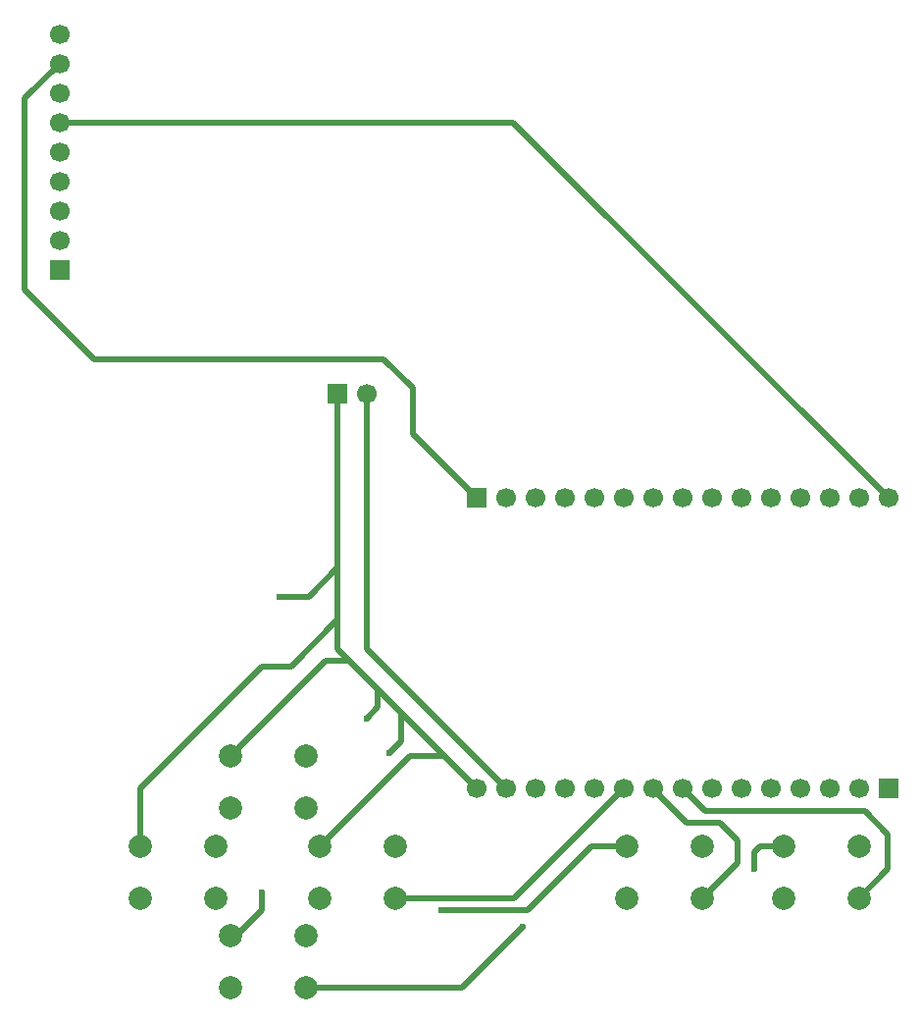
<source format=gbr>
%TF.GenerationSoftware,KiCad,Pcbnew,9.0.2*%
%TF.CreationDate,2025-08-31T18:29:41+02:00*%
%TF.ProjectId,PocketGamePCB,506f636b-6574-4476-916d-655043422e6b,rev?*%
%TF.SameCoordinates,Original*%
%TF.FileFunction,Copper,L1,Top*%
%TF.FilePolarity,Positive*%
%FSLAX46Y46*%
G04 Gerber Fmt 4.6, Leading zero omitted, Abs format (unit mm)*
G04 Created by KiCad (PCBNEW 9.0.2) date 2025-08-31 18:29:41*
%MOMM*%
%LPD*%
G01*
G04 APERTURE LIST*
%TA.AperFunction,ComponentPad*%
%ADD10R,1.700000X1.700000*%
%TD*%
%TA.AperFunction,ComponentPad*%
%ADD11C,1.700000*%
%TD*%
%TA.AperFunction,ComponentPad*%
%ADD12C,2.000000*%
%TD*%
%TA.AperFunction,ViaPad*%
%ADD13C,0.600000*%
%TD*%
%TA.AperFunction,Conductor*%
%ADD14C,0.500000*%
%TD*%
G04 APERTURE END LIST*
D10*
%TO.P,buttonpins,1,Pin_1*%
%TO.N,unconnected-(buttonpins1-Pin_1-Pad1)*%
X202550000Y-120000000D03*
D11*
%TO.P,buttonpins,2,Pin_2*%
%TO.N,unconnected-(buttonpins1-Pin_2-Pad2)*%
X200010000Y-120000000D03*
%TO.P,buttonpins,3,Pin_3*%
%TO.N,unconnected-(buttonpins1-Pin_3-Pad3)*%
X197470000Y-120000000D03*
%TO.P,buttonpins,4,Pin_4*%
%TO.N,unconnected-(buttonpins1-Pin_4-Pad4)*%
X194930000Y-120000000D03*
%TO.P,buttonpins,5,Pin_5*%
%TO.N,unconnected-(buttonpins1-Pin_5-Pad5)*%
X192390000Y-120000000D03*
%TO.P,buttonpins,6,Pin_6*%
%TO.N,unconnected-(buttonpins1-Pin_6-Pad6)*%
X189850000Y-120000000D03*
%TO.P,buttonpins,7,Pin_7*%
%TO.N,unconnected-(buttonpins1-Pin_7-Pad7)*%
X187310000Y-120000000D03*
%TO.P,buttonpins,8,Pin_8*%
%TO.N,Net-(buttonpins1-Pin_8)*%
X184770000Y-120000000D03*
%TO.P,buttonpins,9,Pin_9*%
%TO.N,Net-(buttonpins1-Pin_9)*%
X182230000Y-120000000D03*
%TO.P,buttonpins,10,Pin_10*%
%TO.N,Net-(buttonpins1-Pin_10)*%
X179690000Y-120000000D03*
%TO.P,buttonpins,11,Pin_11*%
%TO.N,Net-(buttonpins1-Pin_11)*%
X177150000Y-120000000D03*
%TO.P,buttonpins,12,Pin_12*%
%TO.N,Net-(buttonpins1-Pin_12)*%
X174610000Y-120000000D03*
%TO.P,buttonpins,13,Pin_13*%
%TO.N,Net-(buttonpins1-Pin_13)*%
X172070000Y-120000000D03*
%TO.P,buttonpins,14,Pin_14*%
%TO.N,Net-(J2-Pin_1)*%
X169530000Y-120000000D03*
%TO.P,buttonpins,15,Pin_15*%
%TO.N,Net-(J2-Pin_2)*%
X166990000Y-120000000D03*
%TD*%
D12*
%TO.P,UP,1,1*%
%TO.N,Net-(J2-Pin_2)*%
X145750000Y-117250000D03*
X152250000Y-117250000D03*
%TO.P,UP,2,2*%
%TO.N,Net-(buttonpins1-Pin_13)*%
X145750000Y-121750000D03*
X152250000Y-121750000D03*
%TD*%
%TO.P,LEFT,1,1*%
%TO.N,Net-(J2-Pin_2)*%
X138000000Y-125000000D03*
X144500000Y-125000000D03*
%TO.P,LEFT,2,2*%
%TO.N,Net-(buttonpins1-Pin_11)*%
X138000000Y-129500000D03*
X144500000Y-129500000D03*
%TD*%
%TO.P,RIGHT,1,1*%
%TO.N,Net-(J2-Pin_2)*%
X153500000Y-125000000D03*
X160000000Y-125000000D03*
%TO.P,RIGHT,2,2*%
%TO.N,Net-(buttonpins1-Pin_10)*%
X153500000Y-129500000D03*
X160000000Y-129500000D03*
%TD*%
%TO.P,DOWN,1,1*%
%TO.N,Net-(J2-Pin_2)*%
X145750000Y-132750000D03*
X152250000Y-132750000D03*
%TO.P,DOWN,2,2*%
%TO.N,Net-(buttonpins1-Pin_12)*%
X145750000Y-137250000D03*
X152250000Y-137250000D03*
%TD*%
%TO.P,A_btn,1,1*%
%TO.N,Net-(J2-Pin_2)*%
X180000000Y-125000000D03*
X186500000Y-125000000D03*
%TO.P,A_btn,2,2*%
%TO.N,Net-(buttonpins1-Pin_9)*%
X180000000Y-129500000D03*
X186500000Y-129500000D03*
%TD*%
D10*
%TO.P,J2,1,Pin_1*%
%TO.N,Net-(J2-Pin_1)*%
X131000000Y-75320000D03*
D11*
%TO.P,J2,2,Pin_2*%
%TO.N,Net-(J2-Pin_2)*%
X131000000Y-72780000D03*
%TO.P,J2,3,Pin_3*%
%TO.N,Net-(J1-Pin_4)*%
X131000000Y-70240000D03*
%TO.P,J2,4,Pin_4*%
%TO.N,Net-(J1-Pin_6)*%
X131000000Y-67700000D03*
%TO.P,J2,5,Pin_5*%
%TO.N,Net-(J1-Pin_7)*%
X131000000Y-65160000D03*
%TO.P,J2,6,Pin_6*%
%TO.N,Net-(J1-Pin_15)*%
X131000000Y-62620000D03*
%TO.P,J2,7,Pin_7*%
%TO.N,Net-(J1-Pin_9)*%
X131000000Y-60080000D03*
%TO.P,J2,8,Pin_8*%
%TO.N,Net-(J1-Pin_1)*%
X131000000Y-57540000D03*
%TO.P,J2,9,Pin_9*%
%TO.N,Net-(J1-Pin_10)*%
X131000000Y-55000000D03*
%TD*%
D10*
%TO.P,J1,1,Pin_1*%
%TO.N,Net-(J1-Pin_1)*%
X167000000Y-95000000D03*
D11*
%TO.P,J1,2,Pin_2*%
%TO.N,unconnected-(J1-Pin_2-Pad2)*%
X169540000Y-95000000D03*
%TO.P,J1,3,Pin_3*%
%TO.N,unconnected-(J1-Pin_3-Pad3)*%
X172080000Y-95000000D03*
%TO.P,J1,4,Pin_4*%
%TO.N,Net-(J1-Pin_4)*%
X174620000Y-95000000D03*
%TO.P,J1,5,Pin_5*%
%TO.N,unconnected-(J1-Pin_5-Pad5)*%
X177160000Y-95000000D03*
%TO.P,J1,6,Pin_6*%
%TO.N,Net-(J1-Pin_6)*%
X179700000Y-95000000D03*
%TO.P,J1,7,Pin_7*%
%TO.N,Net-(J1-Pin_7)*%
X182240000Y-95000000D03*
%TO.P,J1,8,Pin_8*%
%TO.N,unconnected-(J1-Pin_8-Pad8)*%
X184780000Y-95000000D03*
%TO.P,J1,9,Pin_9*%
%TO.N,Net-(J1-Pin_9)*%
X187320000Y-95000000D03*
%TO.P,J1,10,Pin_10*%
%TO.N,Net-(J1-Pin_10)*%
X189860000Y-95000000D03*
%TO.P,J1,11,Pin_11*%
%TO.N,unconnected-(J1-Pin_11-Pad11)*%
X192400000Y-95000000D03*
%TO.P,J1,12,Pin_12*%
%TO.N,unconnected-(J1-Pin_12-Pad12)*%
X194940000Y-95000000D03*
%TO.P,J1,13,Pin_13*%
%TO.N,unconnected-(J1-Pin_13-Pad13)*%
X197480000Y-95000000D03*
%TO.P,J1,14,Pin_14*%
%TO.N,unconnected-(J1-Pin_14-Pad14)*%
X200020000Y-95000000D03*
%TO.P,J1,15,Pin_15*%
%TO.N,Net-(J1-Pin_15)*%
X202560000Y-95000000D03*
%TD*%
D10*
%TO.P,5v,1,Pin_1*%
%TO.N,Net-(J2-Pin_1)*%
X155000000Y-86000000D03*
D11*
%TO.P,5v,2,Pin_2*%
%TO.N,Net-(J2-Pin_2)*%
X157540000Y-86000000D03*
%TD*%
D12*
%TO.P,B_btn,1,1*%
%TO.N,Net-(J2-Pin_2)*%
X193500000Y-125000000D03*
X200000000Y-125000000D03*
%TO.P,B_btn,2,2*%
%TO.N,Net-(buttonpins1-Pin_8)*%
X193500000Y-129500000D03*
X200000000Y-129500000D03*
%TD*%
D13*
%TO.N,*%
X191000000Y-127000000D03*
X159500000Y-117000000D03*
X150000000Y-103500000D03*
X164000000Y-130500000D03*
X148500000Y-129000000D03*
X157500000Y-114000000D03*
%TO.N,Net-(buttonpins1-Pin_12)*%
X171000000Y-132000000D03*
%TD*%
D14*
%TO.N,*%
X161245000Y-117255000D02*
X164245000Y-117255000D01*
X152500000Y-103500000D02*
X155000000Y-101000000D01*
X169530000Y-120000000D02*
X157540000Y-108010000D01*
X155000000Y-108010000D02*
X155000000Y-107000000D01*
X155995000Y-109005000D02*
X155000000Y-108010000D01*
X150000000Y-103500000D02*
X152500000Y-103500000D01*
X155000000Y-101000000D02*
X155000000Y-86000000D01*
X155000000Y-105500000D02*
X155000000Y-103500000D01*
X153995000Y-109005000D02*
X155995000Y-109005000D01*
X145750000Y-133250000D02*
X148500000Y-130500000D01*
X160745000Y-113755000D02*
X160495000Y-113505000D01*
X155000000Y-103500000D02*
X155000000Y-101000000D01*
X148500000Y-109500000D02*
X138000000Y-120000000D01*
X160495000Y-113505000D02*
X159245000Y-112255000D01*
X159500000Y-117000000D02*
X160500000Y-116000000D01*
X157500000Y-114000000D02*
X158495000Y-113005000D01*
X155000000Y-105500000D02*
X151000000Y-109500000D01*
X164000000Y-130500000D02*
X171437925Y-130500000D01*
X164245000Y-117255000D02*
X160745000Y-113755000D01*
X160500000Y-116000000D02*
X160495000Y-115995000D01*
X191000000Y-125500000D02*
X191500000Y-125000000D01*
X166990000Y-120000000D02*
X164245000Y-117255000D01*
X158495000Y-113005000D02*
X158495000Y-111505000D01*
X191000000Y-127000000D02*
X191000000Y-125500000D01*
X176937925Y-125000000D02*
X180000000Y-125000000D01*
X160495000Y-115995000D02*
X160495000Y-113505000D01*
X145750000Y-117250000D02*
X153995000Y-109005000D01*
X153500000Y-125000000D02*
X161245000Y-117255000D01*
X171437925Y-130500000D02*
X176937925Y-125000000D01*
X148500000Y-130500000D02*
X148500000Y-129000000D01*
X159245000Y-112255000D02*
X158495000Y-111505000D01*
X155000000Y-107000000D02*
X155000000Y-105500000D01*
X191500000Y-125000000D02*
X193500000Y-125000000D01*
X138000000Y-120000000D02*
X138000000Y-125000000D01*
X151000000Y-109500000D02*
X148500000Y-109500000D01*
X158495000Y-111505000D02*
X155995000Y-109005000D01*
X157540000Y-108010000D02*
X157540000Y-86000000D01*
%TO.N,Net-(buttonpins1-Pin_9)*%
X188000000Y-123000000D02*
X185115000Y-123000000D01*
X182230000Y-120115000D02*
X182230000Y-120000000D01*
X186500000Y-129500000D02*
X189500000Y-126500000D01*
X189500000Y-124500000D02*
X188000000Y-123000000D01*
X189500000Y-126500000D02*
X189500000Y-124500000D01*
X185115000Y-123000000D02*
X182230000Y-120115000D01*
%TO.N,Net-(buttonpins1-Pin_8)*%
X200500000Y-122000000D02*
X186770000Y-122000000D01*
X202500000Y-124000000D02*
X200500000Y-122000000D01*
X186770000Y-122000000D02*
X184770000Y-120000000D01*
X200000000Y-129500000D02*
X202500000Y-127000000D01*
X202500000Y-127000000D02*
X202500000Y-124000000D01*
%TO.N,Net-(buttonpins1-Pin_10)*%
X179690000Y-120000000D02*
X170190000Y-129500000D01*
X170190000Y-129500000D02*
X160000000Y-129500000D01*
%TO.N,Net-(buttonpins1-Pin_12)*%
X165750000Y-137250000D02*
X152250000Y-137250000D01*
X171000000Y-132000000D02*
X165750000Y-137250000D01*
%TO.N,Net-(J1-Pin_15)*%
X170180000Y-62620000D02*
X131000000Y-62620000D01*
X202560000Y-95000000D02*
X170180000Y-62620000D01*
%TO.N,Net-(J1-Pin_1)*%
X161500000Y-85500000D02*
X159000000Y-83000000D01*
X134000000Y-83000000D02*
X128000000Y-77000000D01*
X161500000Y-89500000D02*
X161500000Y-85500000D01*
X128000000Y-60540000D02*
X131000000Y-57540000D01*
X128000000Y-77000000D02*
X128000000Y-60540000D01*
X167000000Y-95000000D02*
X161500000Y-89500000D01*
X159000000Y-83000000D02*
X134000000Y-83000000D01*
%TO.N,Net-(J2-Pin_2)*%
X144500000Y-125000000D02*
X144000000Y-124500000D01*
%TD*%
M02*

</source>
